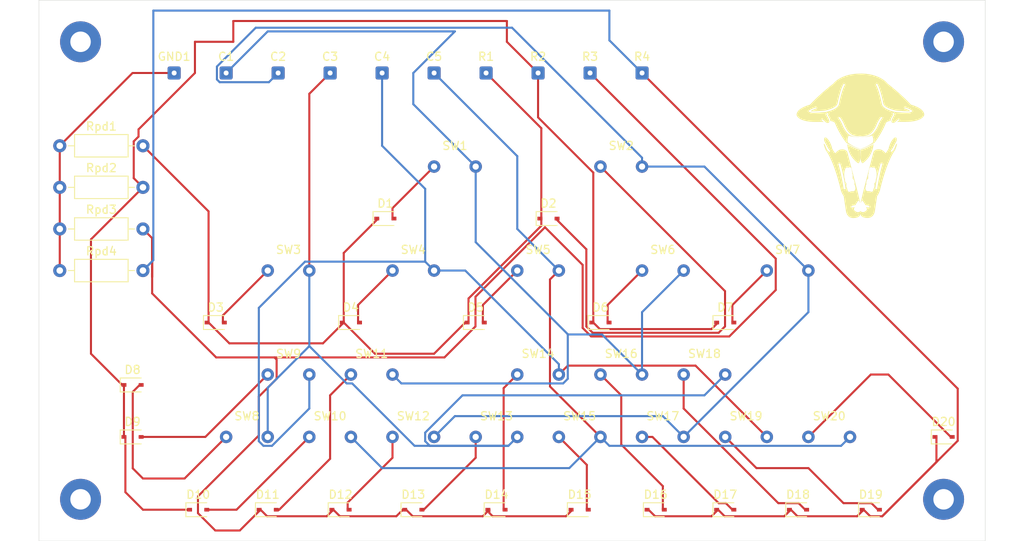
<source format=kicad_pcb>
(kicad_pcb (version 20171130) (host pcbnew "(5.1.6)-1")
  (layers (0 F.Cu signal) (31 B.Cu signal) (34 B.Paste user) (35 F.Paste user) (36 B.SilkS user) (37 F.SilkS user) (38 B.Mask user) (39 F.Mask user) (44 Edge.Cuts user))
  (net 0 "")
  (net 1 "Net-(D1-Pad2)")
  (net 2 "Net-(D1-Pad1)")
  (net 3 "Net-(D2-Pad2)")
  (net 4 "Net-(D11-Pad1)")
  (net 5 "Net-(D3-Pad2)")
  (net 6 "Net-(D4-Pad2)")
  (net 7 "Net-(D16-Pad1)")
  (net 8 "Net-(D5-Pad2)")
  (net 9 "Net-(D6-Pad2)")
  (net 10 "Net-(D7-Pad2)")
  (net 11 "Net-(D8-Pad2)")
  (net 12 "Net-(D9-Pad2)")
  (net 13 "Net-(D10-Pad2)")
  (net 14 "Net-(D11-Pad2)")
  (net 15 "Net-(D12-Pad2)")
  (net 16 "Net-(D13-Pad2)")
  (net 17 "Net-(D14-Pad2)")
  (net 18 "Net-(D15-Pad2)")
  (net 19 "Net-(D16-Pad2)")
  (net 20 "Net-(D17-Pad2)")
  (net 21 "Net-(D18-Pad2)")
  (net 22 "Net-(D19-Pad2)")
  (net 23 "Net-(D20-Pad2)")
  (net 24 "Net-(C1-Pad1)")
  (net 25 "Net-(C2-Pad1)")
  (net 26 "Net-(C3-Pad1)")
  (net 27 "Net-(C4-Pad1)")
  (net 28 "Net-(C5-Pad1)")
  (net 29 "Net-(GND1-Pad1)")
  (net 30 "Net-(D10-Pad1)")
  (module Diode_SMD:D_SOD-323 (layer F.Cu) (at 176.53 92.71)
    (fp_text reference D20 (at 0 -1.85) (layer F.SilkS))
    (fp_text value D)
    (pad 2 smd rect (at 1.05 0) (size 0.6 0.45) (layers F.Cu F.Paste F.Mask) (net 23 "Net-(D20-Pad2)"))
    (pad 1 smd rect (at -1.05 0) (size 0.6 0.45) (layers F.Cu F.Paste F.Mask) (net 7 "Net-(D16-Pad1)"))
  )
  (module Diode_SMD:D_SOD-323 (layer F.Cu) (at 167.64 101.6)
    (fp_text reference D19 (at 0 -1.85) (layer F.SilkS))
    (fp_text value D)
    (pad 2 smd rect (at 1.05 0) (size 0.6 0.45) (layers F.Cu F.Paste F.Mask) (net 22 "Net-(D19-Pad2)"))
    (pad 1 smd rect (at -1.05 0) (size 0.6 0.45) (layers F.Cu F.Paste F.Mask) (net 7 "Net-(D16-Pad1)"))
  )
  (module Diode_SMD:D_SOD-323 (layer F.Cu) (at 158.75 101.6)
    (fp_text reference D18 (at 0 -1.85) (layer F.SilkS))
    (fp_text value D)
    (pad 2 smd rect (at 1.05 0) (size 0.6 0.45) (layers F.Cu F.Paste F.Mask) (net 21 "Net-(D18-Pad2)"))
    (pad 1 smd rect (at -1.05 0) (size 0.6 0.45) (layers F.Cu F.Paste F.Mask) (net 7 "Net-(D16-Pad1)"))
  )
  (module Diode_SMD:D_SOD-323 (layer F.Cu) (at 149.86 101.6)
    (fp_text reference D17 (at 0 -1.85) (layer F.SilkS))
    (fp_text value D)
    (pad 2 smd rect (at 1.05 0) (size 0.6 0.45) (layers F.Cu F.Paste F.Mask) (net 20 "Net-(D17-Pad2)"))
    (pad 1 smd rect (at -1.05 0) (size 0.6 0.45) (layers F.Cu F.Paste F.Mask) (net 7 "Net-(D16-Pad1)"))
  )
  (module Diode_SMD:D_SOD-323 (layer F.Cu) (at 141.365 101.6)
    (fp_text reference D16 (at 0 -1.85) (layer F.SilkS))
    (fp_text value D)
    (pad 2 smd rect (at 1.05 0) (size 0.6 0.45) (layers F.Cu F.Paste F.Mask) (net 19 "Net-(D16-Pad2)"))
    (pad 1 smd rect (at -1.05 0) (size 0.6 0.45) (layers F.Cu F.Paste F.Mask) (net 7 "Net-(D16-Pad1)"))
  )
  (module Diode_SMD:D_SOD-323 (layer F.Cu) (at 132.08 101.6)
    (fp_text reference D15 (at 0 -1.85) (layer F.SilkS))
    (fp_text value D)
    (pad 2 smd rect (at 1.05 0) (size 0.6 0.45) (layers F.Cu F.Paste F.Mask) (net 18 "Net-(D15-Pad2)"))
    (pad 1 smd rect (at -1.05 0) (size 0.6 0.45) (layers F.Cu F.Paste F.Mask) (net 4 "Net-(D11-Pad1)"))
  )
  (module Diode_SMD:D_SOD-323 (layer F.Cu) (at 121.92 101.6)
    (fp_text reference D14 (at 0 -1.85) (layer F.SilkS))
    (fp_text value D)
    (pad 2 smd rect (at 1.05 0) (size 0.6 0.45) (layers F.Cu F.Paste F.Mask) (net 17 "Net-(D14-Pad2)"))
    (pad 1 smd rect (at -1.05 0) (size 0.6 0.45) (layers F.Cu F.Paste F.Mask) (net 4 "Net-(D11-Pad1)"))
  )
  (module Diode_SMD:D_SOD-323 (layer F.Cu) (at 111.76 101.6)
    (fp_text reference D13 (at 0 -1.85) (layer F.SilkS))
    (fp_text value D)
    (pad 2 smd rect (at 1.05 0) (size 0.6 0.45) (layers F.Cu F.Paste F.Mask) (net 16 "Net-(D13-Pad2)"))
    (pad 1 smd rect (at -1.05 0) (size 0.6 0.45) (layers F.Cu F.Paste F.Mask) (net 4 "Net-(D11-Pad1)"))
  )
  (module Diode_SMD:D_SOD-323 (layer F.Cu) (at 102.87 101.6)
    (fp_text reference D12 (at 0 -1.85) (layer F.SilkS))
    (fp_text value D)
    (pad 2 smd rect (at 1.05 0) (size 0.6 0.45) (layers F.Cu F.Paste F.Mask) (net 15 "Net-(D12-Pad2)"))
    (pad 1 smd rect (at -1.05 0) (size 0.6 0.45) (layers F.Cu F.Paste F.Mask) (net 4 "Net-(D11-Pad1)"))
  )
  (module Diode_SMD:D_SOD-323 (layer F.Cu) (at 93.98 101.6)
    (fp_text reference D11 (at 0 -1.85) (layer F.SilkS))
    (fp_text value D)
    (pad 2 smd rect (at 1.05 0) (size 0.6 0.45) (layers F.Cu F.Paste F.Mask) (net 14 "Net-(D11-Pad2)"))
    (pad 1 smd rect (at -1.05 0) (size 0.6 0.45) (layers F.Cu F.Paste F.Mask) (net 4 "Net-(D11-Pad1)"))
  )
  (module Diode_SMD:D_SOD-323 (layer F.Cu) (at 85.485 101.6)
    (fp_text reference D10 (at 0 -1.85) (layer F.SilkS))
    (fp_text value D)
    (pad 2 smd rect (at 1.05 0) (size 0.6 0.45) (layers F.Cu F.Paste F.Mask) (net 13 "Net-(D10-Pad2)"))
    (pad 1 smd rect (at -1.05 0) (size 0.6 0.45) (layers F.Cu F.Paste F.Mask) (net 30 "Net-(D10-Pad1)"))
  )
  (module Diode_SMD:D_SOD-323 (layer F.Cu) (at 77.47 92.71)
    (fp_text reference D9 (at 0 -1.85) (layer F.SilkS))
    (fp_text value D)
    (pad 2 smd rect (at 1.05 0) (size 0.6 0.45) (layers F.Cu F.Paste F.Mask) (net 12 "Net-(D9-Pad2)"))
    (pad 1 smd rect (at -1.05 0) (size 0.6 0.45) (layers F.Cu F.Paste F.Mask) (net 30 "Net-(D10-Pad1)"))
  )
  (module Diode_SMD:D_SOD-323 (layer F.Cu) (at 77.47 86.36)
    (fp_text reference D8 (at 0 -1.85) (layer F.SilkS))
    (fp_text value D)
    (pad 2 smd rect (at 1.05 0) (size 0.6 0.45) (layers F.Cu F.Paste F.Mask) (net 11 "Net-(D8-Pad2)"))
    (pad 1 smd rect (at -1.05 0) (size 0.6 0.45) (layers F.Cu F.Paste F.Mask) (net 30 "Net-(D10-Pad1)"))
  )
  (module Diode_SMD:D_SOD-323 (layer F.Cu) (at 149.86 78.74)
    (fp_text reference D7 (at 0 -1.85) (layer F.SilkS))
    (fp_text value D)
    (pad 2 smd rect (at 1.05 0) (size 0.6 0.45) (layers F.Cu F.Paste F.Mask) (net 10 "Net-(D7-Pad2)"))
    (pad 1 smd rect (at -1.05 0) (size 0.6 0.45) (layers F.Cu F.Paste F.Mask) (net 30 "Net-(D10-Pad1)"))
  )
  (module Diode_SMD:D_SOD-323 (layer F.Cu) (at 134.62 78.74)
    (fp_text reference D6 (at 0 -1.85) (layer F.SilkS))
    (fp_text value D)
    (pad 2 smd rect (at 1.05 0) (size 0.6 0.45) (layers F.Cu F.Paste F.Mask) (net 9 "Net-(D6-Pad2)"))
    (pad 1 smd rect (at -1.05 0) (size 0.6 0.45) (layers F.Cu F.Paste F.Mask) (net 30 "Net-(D10-Pad1)"))
  )
  (module Diode_SMD:D_SOD-323 (layer F.Cu) (at 119.38 78.74)
    (fp_text reference D5 (at 0 -1.85) (layer F.SilkS))
    (fp_text value D)
    (pad 2 smd rect (at 1.05 0) (size 0.6 0.45) (layers F.Cu F.Paste F.Mask) (net 8 "Net-(D5-Pad2)"))
    (pad 1 smd rect (at -1.05 0) (size 0.6 0.45) (layers F.Cu F.Paste F.Mask) (net 2 "Net-(D1-Pad1)"))
  )
  (module Diode_SMD:D_SOD-323 (layer F.Cu) (at 104.14 78.74)
    (fp_text reference D4 (at 0 -1.85) (layer F.SilkS))
    (fp_text value D)
    (pad 2 smd rect (at 1.05 0) (size 0.6 0.45) (layers F.Cu F.Paste F.Mask) (net 6 "Net-(D4-Pad2)"))
    (pad 1 smd rect (at -1.05 0) (size 0.6 0.45) (layers F.Cu F.Paste F.Mask) (net 2 "Net-(D1-Pad1)"))
  )
  (module Diode_SMD:D_SOD-323 (layer F.Cu) (at 87.63 78.74)
    (fp_text reference D3 (at 0 -1.85) (layer F.SilkS))
    (fp_text value D)
    (pad 2 smd rect (at 1.05 0) (size 0.6 0.45) (layers F.Cu F.Paste F.Mask) (net 5 "Net-(D3-Pad2)"))
    (pad 1 smd rect (at -1.05 0) (size 0.6 0.45) (layers F.Cu F.Paste F.Mask) (net 2 "Net-(D1-Pad1)"))
  )
  (module Diode_SMD:D_SOD-323 (layer F.Cu) (at 128.27 66.04)
    (fp_text reference D2 (at 0 -1.85) (layer F.SilkS))
    (fp_text value D)
    (pad 2 smd rect (at 1.05 0) (size 0.6 0.45) (layers F.Cu F.Paste F.Mask) (net 3 "Net-(D2-Pad2)"))
    (pad 1 smd rect (at -1.05 0) (size 0.6 0.45) (layers F.Cu F.Paste F.Mask) (net 2 "Net-(D1-Pad1)"))
  )
  (module Diode_SMD:D_SOD-323 (layer F.Cu) (at 108.345 66.04)
    (fp_text reference D1 (at 0 -1.85) (layer F.SilkS))
    (fp_text value D)
    (pad 2 smd rect (at 1.05 0) (size 0.6 0.45) (layers F.Cu F.Paste F.Mask) (net 1 "Net-(D1-Pad2)"))
    (pad 1 smd rect (at -1.05 0) (size 0.6 0.45) (layers F.Cu F.Paste F.Mask) (net 2 "Net-(D1-Pad1)"))
  )
  (module ratskull:ratskullsmall (layer F.Cu) (at 166.37 57.15)
    (fp_text reference G*** hide)
    (fp_text value LOGO hide)
  )
  (module MountingHole:MountingHole_2.5mm_Pad (layer F.Cu) (at 71.12 100.33)
    (fp_text reference REF** hide)
    (fp_text value MountingHole_2.5mm_Pad)
    (pad 1 thru_hole circle (at 0 0) (size 5 5) (drill 2.5) (layers *.Cu *.Mask))
  )
  (module MountingHole:MountingHole_2.5mm_Pad (layer F.Cu) (at 71.12 44.45)
    (fp_text reference REF** hide)
    (fp_text value MountingHole_2.5mm_Pad)
    (pad 1 thru_hole circle (at 0 0) (size 5 5) (drill 2.5) (layers *.Cu *.Mask))
  )
  (module MountingHole:MountingHole_2.5mm_Pad (layer F.Cu) (at 176.53 100.33)
    (fp_text reference REF** hide)
    (fp_text value MountingHole_2.5mm_Pad)
    (pad 1 thru_hole circle (at 0 0) (size 5 5) (drill 2.5) (layers *.Cu *.Mask))
  )
  (module MountingHole:MountingHole_2.5mm_Pad (layer F.Cu) (at 176.53 44.45)
    (fp_text reference REF** hide)
    (fp_text value MountingHole_2.5mm_Pad)
    (pad 1 thru_hole circle (at 0 0) (size 5 5) (drill 2.5) (layers *.Cu *.Mask))
  )
  (module "Button_Switch_THT:my switch" (layer F.Cu) (at 162.56 92.71)
    (fp_text reference SW20 (at 0 -2.54) (layer F.SilkS))
    (fp_text value SW_Push)
    (pad 2 thru_hole circle (at 2.54 0) (size 1.524 1.524) (drill 0.762) (layers *.Cu *.Mask) (net 28 "Net-(C5-Pad1)"))
    (pad 1 thru_hole circle (at -2.54 0) (size 1.524 1.524) (drill 0.762) (layers *.Cu *.Mask) (net 23 "Net-(D20-Pad2)"))
  )
  (module "Button_Switch_THT:my switch" (layer F.Cu) (at 127 72.39)
    (fp_text reference SW5 (at 0 -2.54) (layer F.SilkS))
    (fp_text value SW_Push)
    (pad 2 thru_hole circle (at 2.54 0) (size 1.524 1.524) (drill 0.762) (layers *.Cu *.Mask) (net 28 "Net-(C5-Pad1)"))
    (pad 1 thru_hole circle (at -2.54 0) (size 1.524 1.524) (drill 0.762) (layers *.Cu *.Mask) (net 8 "Net-(D5-Pad2)"))
  )
  (module Connector_Wire:SolderWire-0.1sqmm_1x01_D0.4mm_OD1mm (layer F.Cu) (at 82.55 48.26)
    (fp_text reference GND1 (at 0 -2) (layer F.SilkS))
    (fp_text value MountingHole_Pad)
    (pad 1 thru_hole roundrect (at 0 0) (size 1.6 1.6) (drill 0.6) (layers *.Cu *.Mask) (roundrect_rratio 0.15625) (net 29 "Net-(GND1-Pad1)"))
  )
  (module Connector_Wire:SolderWire-0.1sqmm_1x01_D0.4mm_OD1mm (layer F.Cu) (at 120.65 48.26)
    (fp_text reference R1 (at 0 -2) (layer F.SilkS))
    (fp_text value MountingHole_Pad)
    (pad 1 thru_hole roundrect (at 0 0) (size 1.6 1.6) (drill 0.6) (layers *.Cu *.Mask) (roundrect_rratio 0.15625) (net 2 "Net-(D1-Pad1)"))
  )
  (module Connector_Wire:SolderWire-0.1sqmm_1x01_D0.4mm_OD1mm (layer F.Cu) (at 127 48.26)
    (fp_text reference R2 (at 0 -2) (layer F.SilkS))
    (fp_text value MountingHole_Pad)
    (pad 1 thru_hole roundrect (at 0 0) (size 1.6 1.6) (drill 0.6) (layers *.Cu *.Mask) (roundrect_rratio 0.15625) (net 30 "Net-(D10-Pad1)"))
  )
  (module Resistor_THT:R_Axial_DIN0207_L6.3mm_D2.5mm_P10.16mm_Horizontal (layer F.Cu) (at 68.58 67.31)
    (fp_text reference Rpd3 (at 5.08 -2.37) (layer F.SilkS))
    (fp_text value R_US)
    (pad 1 thru_hole circle (at 0 0) (size 1.6 1.6) (drill 0.8) (layers *.Cu *.Mask) (net 29 "Net-(GND1-Pad1)"))
    (pad 2 thru_hole oval (at 10.16 0) (size 1.6 1.6) (drill 0.8) (layers *.Cu *.Mask) (net 4 "Net-(D11-Pad1)"))
  )
  (module Resistor_THT:R_Axial_DIN0207_L6.3mm_D2.5mm_P10.16mm_Horizontal (layer F.Cu) (at 68.58 57.15)
    (fp_text reference Rpd1 (at 5.08 -2.37) (layer F.SilkS))
    (fp_text value R_US)
    (pad 1 thru_hole circle (at 0 0) (size 1.6 1.6) (drill 0.8) (layers *.Cu *.Mask) (net 29 "Net-(GND1-Pad1)"))
    (pad 2 thru_hole oval (at 10.16 0) (size 1.6 1.6) (drill 0.8) (layers *.Cu *.Mask) (net 2 "Net-(D1-Pad1)"))
  )
  (module Resistor_THT:R_Axial_DIN0207_L6.3mm_D2.5mm_P10.16mm_Horizontal (layer F.Cu) (at 68.58 62.23)
    (fp_text reference Rpd2 (at 5.08 -2.37) (layer F.SilkS))
    (fp_text value R_US)
    (pad 1 thru_hole circle (at 0 0) (size 1.6 1.6) (drill 0.8) (layers *.Cu *.Mask) (net 29 "Net-(GND1-Pad1)"))
    (pad 2 thru_hole oval (at 10.16 0) (size 1.6 1.6) (drill 0.8) (layers *.Cu *.Mask) (net 30 "Net-(D10-Pad1)"))
  )
  (module Resistor_THT:R_Axial_DIN0207_L6.3mm_D2.5mm_P10.16mm_Horizontal (layer F.Cu) (at 68.58 72.39)
    (fp_text reference Rpd4 (at 5.08 -2.37) (layer F.SilkS))
    (fp_text value R_US)
    (pad 1 thru_hole circle (at 0 0) (size 1.6 1.6) (drill 0.8) (layers *.Cu *.Mask) (net 29 "Net-(GND1-Pad1)"))
    (pad 2 thru_hole oval (at 10.16 0) (size 1.6 1.6) (drill 0.8) (layers *.Cu *.Mask) (net 7 "Net-(D16-Pad1)"))
  )
  (module "Button_Switch_THT:my switch" (layer F.Cu) (at 116.84 59.69)
    (fp_text reference SW1 (at 0 -2.54) (layer F.SilkS))
    (fp_text value SW_Push)
    (pad 2 thru_hole circle (at 2.54 0) (size 1.524 1.524) (drill 0.762) (layers *.Cu *.Mask) (net 24 "Net-(C1-Pad1)"))
    (pad 1 thru_hole circle (at -2.54 0) (size 1.524 1.524) (drill 0.762) (layers *.Cu *.Mask) (net 1 "Net-(D1-Pad2)"))
  )
  (module "Button_Switch_THT:my switch" (layer F.Cu) (at 137.16 59.69)
    (fp_text reference SW2 (at 0 -2.54) (layer F.SilkS))
    (fp_text value SW_Push)
    (pad 2 thru_hole circle (at 2.54 0) (size 1.524 1.524) (drill 0.762) (layers *.Cu *.Mask) (net 25 "Net-(C2-Pad1)"))
    (pad 1 thru_hole circle (at -2.54 0) (size 1.524 1.524) (drill 0.762) (layers *.Cu *.Mask) (net 3 "Net-(D2-Pad2)"))
  )
  (module "Button_Switch_THT:my switch" (layer F.Cu) (at 96.52 72.39)
    (fp_text reference SW3 (at 0 -2.54) (layer F.SilkS))
    (fp_text value SW_Push)
    (pad 2 thru_hole circle (at 2.54 0) (size 1.524 1.524) (drill 0.762) (layers *.Cu *.Mask) (net 26 "Net-(C3-Pad1)"))
    (pad 1 thru_hole circle (at -2.54 0) (size 1.524 1.524) (drill 0.762) (layers *.Cu *.Mask) (net 5 "Net-(D3-Pad2)"))
  )
  (module "Button_Switch_THT:my switch" (layer F.Cu) (at 91.44 92.71)
    (fp_text reference SW8 (at 0 -2.54) (layer F.SilkS))
    (fp_text value SW_Push)
    (pad 2 thru_hole circle (at 2.54 0) (size 1.524 1.524) (drill 0.762) (layers *.Cu *.Mask) (net 26 "Net-(C3-Pad1)"))
    (pad 1 thru_hole circle (at -2.54 0) (size 1.524 1.524) (drill 0.762) (layers *.Cu *.Mask) (net 11 "Net-(D8-Pad2)"))
  )
  (module Connector_Wire:SolderWire-0.1sqmm_1x01_D0.4mm_OD1mm (layer F.Cu) (at 133.35 48.26)
    (fp_text reference R3 (at 0 -2) (layer F.SilkS))
    (fp_text value MountingHole_Pad)
    (pad 1 thru_hole roundrect (at 0 0) (size 1.6 1.6) (drill 0.6) (layers *.Cu *.Mask) (roundrect_rratio 0.15625) (net 4 "Net-(D11-Pad1)"))
  )
  (module "Button_Switch_THT:my switch" (layer F.Cu) (at 96.52 85.09)
    (fp_text reference SW9 (at 0 -2.54) (layer F.SilkS))
    (fp_text value SW_Push)
    (pad 2 thru_hole circle (at 2.54 0) (size 1.524 1.524) (drill 0.762) (layers *.Cu *.Mask) (net 27 "Net-(C4-Pad1)"))
    (pad 1 thru_hole circle (at -2.54 0) (size 1.524 1.524) (drill 0.762) (layers *.Cu *.Mask) (net 12 "Net-(D9-Pad2)"))
  )
  (module "Button_Switch_THT:my switch" (layer F.Cu) (at 137.16 85.09)
    (fp_text reference SW16 (at 0 -2.54) (layer F.SilkS))
    (fp_text value SW_Push)
    (pad 2 thru_hole circle (at 2.54 0) (size 1.524 1.524) (drill 0.762) (layers *.Cu *.Mask) (net 24 "Net-(C1-Pad1)"))
    (pad 1 thru_hole circle (at -2.54 0) (size 1.524 1.524) (drill 0.762) (layers *.Cu *.Mask) (net 19 "Net-(D16-Pad2)"))
  )
  (module "Button_Switch_THT:my switch" (layer F.Cu) (at 142.24 92.71)
    (fp_text reference SW17 (at 0 -2.54) (layer F.SilkS))
    (fp_text value SW_Push)
    (pad 2 thru_hole circle (at 2.54 0) (size 1.524 1.524) (drill 0.762) (layers *.Cu *.Mask) (net 25 "Net-(C2-Pad1)"))
    (pad 1 thru_hole circle (at -2.54 0) (size 1.524 1.524) (drill 0.762) (layers *.Cu *.Mask) (net 20 "Net-(D17-Pad2)"))
  )
  (module "Button_Switch_THT:my switch" (layer F.Cu) (at 111.76 72.39)
    (fp_text reference SW4 (at 0 -2.54) (layer F.SilkS))
    (fp_text value SW_Push)
    (pad 2 thru_hole circle (at 2.54 0) (size 1.524 1.524) (drill 0.762) (layers *.Cu *.Mask) (net 27 "Net-(C4-Pad1)"))
    (pad 1 thru_hole circle (at -2.54 0) (size 1.524 1.524) (drill 0.762) (layers *.Cu *.Mask) (net 6 "Net-(D4-Pad2)"))
  )
  (module "Button_Switch_THT:my switch" (layer F.Cu) (at 111.76 92.71)
    (fp_text reference SW12 (at 0 -2.54) (layer F.SilkS))
    (fp_text value SW_Push)
    (pad 2 thru_hole circle (at 2.54 0) (size 1.524 1.524) (drill 0.762) (layers *.Cu *.Mask) (net 25 "Net-(C2-Pad1)"))
    (pad 1 thru_hole circle (at -2.54 0) (size 1.524 1.524) (drill 0.762) (layers *.Cu *.Mask) (net 15 "Net-(D12-Pad2)"))
  )
  (module "Button_Switch_THT:my switch" (layer F.Cu) (at 132.08 92.71)
    (fp_text reference SW15 (at 0 -2.54) (layer F.SilkS))
    (fp_text value SW_Push)
    (pad 2 thru_hole circle (at 2.54 0) (size 1.524 1.524) (drill 0.762) (layers *.Cu *.Mask) (net 28 "Net-(C5-Pad1)"))
    (pad 1 thru_hole circle (at -2.54 0) (size 1.524 1.524) (drill 0.762) (layers *.Cu *.Mask) (net 18 "Net-(D15-Pad2)"))
  )
  (module "Button_Switch_THT:my switch" (layer F.Cu) (at 147.32 85.09)
    (fp_text reference SW18 (at 0 -2.54) (layer F.SilkS))
    (fp_text value SW_Push)
    (pad 2 thru_hole circle (at 2.54 0) (size 1.524 1.524) (drill 0.762) (layers *.Cu *.Mask) (net 26 "Net-(C3-Pad1)"))
    (pad 1 thru_hole circle (at -2.54 0) (size 1.524 1.524) (drill 0.762) (layers *.Cu *.Mask) (net 21 "Net-(D18-Pad2)"))
  )
  (module "Button_Switch_THT:my switch" (layer F.Cu) (at 142.24 72.39)
    (fp_text reference SW6 (at 0 -2.54) (layer F.SilkS))
    (fp_text value SW_Push)
    (pad 2 thru_hole circle (at 2.54 0) (size 1.524 1.524) (drill 0.762) (layers *.Cu *.Mask) (net 24 "Net-(C1-Pad1)"))
    (pad 1 thru_hole circle (at -2.54 0) (size 1.524 1.524) (drill 0.762) (layers *.Cu *.Mask) (net 9 "Net-(D6-Pad2)"))
  )
  (module "Button_Switch_THT:my switch" (layer F.Cu) (at 106.68 85.09)
    (fp_text reference SW11 (at 0 -2.54) (layer F.SilkS))
    (fp_text value SW_Push)
    (pad 2 thru_hole circle (at 2.54 0) (size 1.524 1.524) (drill 0.762) (layers *.Cu *.Mask) (net 24 "Net-(C1-Pad1)"))
    (pad 1 thru_hole circle (at -2.54 0) (size 1.524 1.524) (drill 0.762) (layers *.Cu *.Mask) (net 14 "Net-(D11-Pad2)"))
  )
  (module "Button_Switch_THT:my switch" (layer F.Cu) (at 157.48 72.39)
    (fp_text reference SW7 (at 0 -2.54) (layer F.SilkS))
    (fp_text value SW_Push)
    (pad 2 thru_hole circle (at 2.54 0) (size 1.524 1.524) (drill 0.762) (layers *.Cu *.Mask) (net 25 "Net-(C2-Pad1)"))
    (pad 1 thru_hole circle (at -2.54 0) (size 1.524 1.524) (drill 0.762) (layers *.Cu *.Mask) (net 10 "Net-(D7-Pad2)"))
  )
  (module "Button_Switch_THT:my switch" (layer F.Cu) (at 127 85.09)
    (fp_text reference SW14 (at 0 -2.54) (layer F.SilkS))
    (fp_text value SW_Push)
    (pad 2 thru_hole circle (at 2.54 0) (size 1.524 1.524) (drill 0.762) (layers *.Cu *.Mask) (net 27 "Net-(C4-Pad1)"))
    (pad 1 thru_hole circle (at -2.54 0) (size 1.524 1.524) (drill 0.762) (layers *.Cu *.Mask) (net 17 "Net-(D14-Pad2)"))
  )
  (module "Button_Switch_THT:my switch" (layer F.Cu) (at 152.4 92.71)
    (fp_text reference SW19 (at 0 -2.54) (layer F.SilkS))
    (fp_text value SW_Push)
    (pad 2 thru_hole circle (at 2.54 0) (size 1.524 1.524) (drill 0.762) (layers *.Cu *.Mask) (net 27 "Net-(C4-Pad1)"))
    (pad 1 thru_hole circle (at -2.54 0) (size 1.524 1.524) (drill 0.762) (layers *.Cu *.Mask) (net 22 "Net-(D19-Pad2)"))
  )
  (module "Button_Switch_THT:my switch" (layer F.Cu) (at 121.92 92.71)
    (fp_text reference SW13 (at 0 -2.54) (layer F.SilkS))
    (fp_text value SW_Push)
    (pad 2 thru_hole circle (at 2.54 0) (size 1.524 1.524) (drill 0.762) (layers *.Cu *.Mask) (net 26 "Net-(C3-Pad1)"))
    (pad 1 thru_hole circle (at -2.54 0) (size 1.524 1.524) (drill 0.762) (layers *.Cu *.Mask) (net 16 "Net-(D13-Pad2)"))
  )
  (module "Button_Switch_THT:my switch" (layer F.Cu) (at 101.6 92.71)
    (fp_text reference SW10 (at 0 -2.54) (layer F.SilkS))
    (fp_text value SW_Push)
    (pad 2 thru_hole circle (at 2.54 0) (size 1.524 1.524) (drill 0.762) (layers *.Cu *.Mask) (net 28 "Net-(C5-Pad1)"))
    (pad 1 thru_hole circle (at -2.54 0) (size 1.524 1.524) (drill 0.762) (layers *.Cu *.Mask) (net 13 "Net-(D10-Pad2)"))
  )
  (module Connector_Wire:SolderWire-0.1sqmm_1x01_D0.4mm_OD1mm (layer F.Cu) (at 139.7 48.26)
    (fp_text reference R4 (at 0 -2) (layer F.SilkS))
    (fp_text value MountingHole_Pad)
    (pad 1 thru_hole roundrect (at 0 0) (size 1.6 1.6) (drill 0.6) (layers *.Cu *.Mask) (roundrect_rratio 0.15625) (net 7 "Net-(D16-Pad1)"))
  )
  (module Connector_Wire:SolderWire-0.1sqmm_1x01_D0.4mm_OD1mm (layer F.Cu) (at 114.3 48.26)
    (fp_text reference C5 (at 0 -2) (layer F.SilkS))
    (fp_text value MountingHole_Pad)
    (pad 1 thru_hole roundrect (at 0 0) (size 1.6 1.6) (drill 0.6) (layers *.Cu *.Mask) (roundrect_rratio 0.15625) (net 28 "Net-(C5-Pad1)"))
  )
  (module Connector_Wire:SolderWire-0.1sqmm_1x01_D0.4mm_OD1mm (layer F.Cu) (at 107.95 48.26)
    (fp_text reference C4 (at 0 -2) (layer F.SilkS))
    (fp_text value MountingHole_Pad)
    (pad 1 thru_hole roundrect (at 0 0) (size 1.6 1.6) (drill 0.6) (layers *.Cu *.Mask) (roundrect_rratio 0.15625) (net 27 "Net-(C4-Pad1)"))
  )
  (module Connector_Wire:SolderWire-0.1sqmm_1x01_D0.4mm_OD1mm (layer F.Cu) (at 101.6 48.26)
    (fp_text reference C3 (at 0 -2) (layer F.SilkS))
    (fp_text value MountingHole_Pad)
    (pad 1 thru_hole roundrect (at 0 0) (size 1.6 1.6) (drill 0.6) (layers *.Cu *.Mask) (roundrect_rratio 0.15625) (net 26 "Net-(C3-Pad1)"))
  )
  (module Connector_Wire:SolderWire-0.1sqmm_1x01_D0.4mm_OD1mm (layer F.Cu) (at 95.25 48.26)
    (fp_text reference C2 (at 0 -2) (layer F.SilkS))
    (fp_text value MountingHole_Pad)
    (pad 1 thru_hole roundrect (at 0 0) (size 1.6 1.6) (drill 0.6) (layers *.Cu *.Mask) (roundrect_rratio 0.15625) (net 25 "Net-(C2-Pad1)"))
  )
  (module Connector_Wire:SolderWire-0.1sqmm_1x01_D0.4mm_OD1mm (layer F.Cu) (at 88.9 48.26)
    (fp_text reference C1 (at 0 -2) (layer F.SilkS))
    (fp_text value MountingHole_Pad)
    (pad 1 thru_hole roundrect (at 0 0) (size 1.6 1.6) (drill 0.6) (layers *.Cu *.Mask) (roundrect_rratio 0.15625) (net 24 "Net-(C1-Pad1)"))
  )
  (gr_line (start 181.61 105.41) (end 181.61 39.37) (layer Edge.Cuts) (width 0.05))
  (gr_line (start 66.04 39.37) (end 66.04 105.41) (layer Edge.Cuts) (width 0.05))
  (gr_line (start 181.61 39.37) (end 66.04 39.37) (layer Edge.Cuts) (width 0.05))
  (gr_line (start 66.04 105.41) (end 181.61 105.41) (layer Edge.Cuts) (width 0.05))
  (segment (start 109.22 64.77) (end 114.3 59.69) (width 0.25) (layer F.Cu) (net 1))
  (segment (start 109.22 66.04) (end 109.22 64.77) (width 0.25) (layer F.Cu) (net 1))
  (segment (start 86.755 65.165) (end 78.74 57.15) (width 0.25) (layer F.Cu) (net 2))
  (segment (start 86.755 78.74) (end 86.755 65.165) (width 0.25) (layer F.Cu) (net 2))
  (segment (start 86.755 78.74) (end 89.295 81.28) (width 0.25) (layer F.Cu) (net 2))
  (segment (start 100.725 81.28) (end 103.265 78.74) (width 0.25) (layer F.Cu) (net 2))
  (segment (start 89.295 81.28) (end 100.725 81.28) (width 0.25) (layer F.Cu) (net 2))
  (segment (start 103.265 70.245) (end 107.47 66.04) (width 0.25) (layer F.Cu) (net 2))
  (segment (start 103.265 78.74) (end 103.265 70.245) (width 0.25) (layer F.Cu) (net 2))
  (segment (start 103.265 78.74) (end 107.075 82.55) (width 0.25) (layer F.Cu) (net 2))
  (segment (start 107.075 82.55) (end 114.3 82.55) (width 0.25) (layer F.Cu) (net 2))
  (segment (start 118.11 78.74) (end 118.505 78.74) (width 0.25) (layer F.Cu) (net 2))
  (segment (start 114.3 82.55) (end 118.11 78.74) (width 0.25) (layer F.Cu) (net 2))
  (segment (start 127.395 55.005) (end 120.65 48.26) (width 0.25) (layer F.Cu) (net 2))
  (segment (start 118.505 75.805) (end 118.505 78.74) (width 0.25) (layer F.Cu) (net 2))
  (segment (start 127.395 66.915) (end 118.505 75.805) (width 0.25) (layer F.Cu) (net 2))
  (segment (start 127.395 66.04) (end 127.395 66.915) (width 0.25) (layer F.Cu) (net 2))
  (segment (start 127.395 66.04) (end 127.395 55.005) (width 0.25) (layer F.Cu) (net 2))
  (segment (start 149.83501 74.90501) (end 134.62 59.69) (width 0.25) (layer F.Cu) (net 3))
  (segment (start 149.83501 79.2105) (end 149.83501 74.90501) (width 0.25) (layer F.Cu) (net 3))
  (segment (start 149.055491 79.990019) (end 149.83501 79.2105) (width 0.25) (layer F.Cu) (net 3))
  (segment (start 133.674509 79.990019) (end 149.055491 79.990019) (width 0.25) (layer F.Cu) (net 3))
  (segment (start 132.89499 79.2105) (end 133.674509 79.990019) (width 0.25) (layer F.Cu) (net 3))
  (segment (start 132.89499 69.78999) (end 132.89499 79.2105) (width 0.25) (layer F.Cu) (net 3))
  (segment (start 129.145 66.04) (end 132.89499 69.78999) (width 0.25) (layer F.Cu) (net 3))
  (segment (start 93.105 101.6) (end 90.565 104.14) (width 0.25) (layer F.Cu) (net 4))
  (segment (start 85.46001 102.02052) (end 85.46001 99.95999) (width 0.25) (layer F.Cu) (net 4))
  (segment (start 90.565 104.14) (end 87.57949 104.14) (width 0.25) (layer F.Cu) (net 4))
  (segment (start 87.57949 104.14) (end 85.46001 102.02052) (width 0.25) (layer F.Cu) (net 4))
  (segment (start 85.46001 99.95999) (end 92.892999 92.527001) (width 0.25) (layer F.Cu) (net 4))
  (segment (start 92.892999 92.527001) (end 92.892999 87.785763) (width 0.25) (layer F.Cu) (net 4))
  (segment (start 79.865001 73.170511) (end 79.865001 68.435001) (width 0.25) (layer F.Cu) (net 4))
  (segment (start 130.40499 102.40001) (end 121.45001 102.40001) (width 0.25) (layer F.Cu) (net 4))
  (segment (start 131.205 101.6) (end 130.40499 102.40001) (width 0.25) (layer F.Cu) (net 4))
  (segment (start 121.045 101.995) (end 121.045 101.6) (width 0.25) (layer F.Cu) (net 4))
  (segment (start 121.45001 102.40001) (end 121.045 101.995) (width 0.25) (layer F.Cu) (net 4))
  (segment (start 120.24499 102.40001) (end 121.045 101.6) (width 0.25) (layer F.Cu) (net 4))
  (segment (start 111.68501 102.40001) (end 120.24499 102.40001) (width 0.25) (layer F.Cu) (net 4))
  (segment (start 110.885 101.6) (end 111.68501 102.40001) (width 0.25) (layer F.Cu) (net 4))
  (segment (start 102.79501 102.40001) (end 109.68999 102.40001) (width 0.25) (layer F.Cu) (net 4))
  (segment (start 101.995 101.6) (end 102.79501 102.40001) (width 0.25) (layer F.Cu) (net 4))
  (segment (start 110.49 101.6) (end 110.885 101.6) (width 0.25) (layer F.Cu) (net 4))
  (segment (start 109.68999 102.40001) (end 110.49 101.6) (width 0.25) (layer F.Cu) (net 4))
  (segment (start 101.19499 102.40001) (end 101.995 101.6) (width 0.25) (layer F.Cu) (net 4))
  (segment (start 93.90501 102.40001) (end 101.19499 102.40001) (width 0.25) (layer F.Cu) (net 4))
  (segment (start 93.105 101.6) (end 93.90501 102.40001) (width 0.25) (layer F.Cu) (net 4))
  (segment (start 79.865001 68.435001) (end 78.74 67.31) (width 0.25) (layer F.Cu) (net 4))
  (segment (start 79.865001 75.180003) (end 79.865001 68.435001) (width 0.25) (layer F.Cu) (net 4))
  (segment (start 87.685007 83.000009) (end 79.865001 75.180003) (width 0.25) (layer F.Cu) (net 4))
  (segment (start 119.35501 79.2105) (end 115.565501 83.000009) (width 0.25) (layer F.Cu) (net 4))
  (segment (start 119.35501 75.5914) (end 119.35501 79.2105) (width 0.25) (layer F.Cu) (net 4))
  (segment (start 127.845009 67.101401) (end 119.35501 75.5914) (width 0.25) (layer F.Cu) (net 4))
  (segment (start 132.44498 71.701372) (end 127.845009 67.101401) (width 0.25) (layer F.Cu) (net 4))
  (segment (start 132.44498 79.3969) (end 132.44498 71.701372) (width 0.25) (layer F.Cu) (net 4))
  (segment (start 133.488108 80.440028) (end 132.44498 79.3969) (width 0.25) (layer F.Cu) (net 4))
  (segment (start 150.355482 80.440028) (end 133.488108 80.440028) (width 0.25) (layer F.Cu) (net 4))
  (segment (start 156.027001 74.768509) (end 150.355482 80.440028) (width 0.25) (layer F.Cu) (net 4))
  (segment (start 156.027001 70.937001) (end 156.027001 74.768509) (width 0.25) (layer F.Cu) (net 4))
  (segment (start 133.35 48.26) (end 156.027001 70.937001) (width 0.25) (layer F.Cu) (net 4))
  (segment (start 95.067001 83.267019) (end 94.799991 83.000009) (width 0.25) (layer F.Cu) (net 4))
  (segment (start 95.067001 85.611761) (end 95.067001 83.267019) (width 0.25) (layer F.Cu) (net 4))
  (segment (start 92.892999 87.785763) (end 95.067001 85.611761) (width 0.25) (layer F.Cu) (net 4))
  (segment (start 115.565501 83.000009) (end 94.799991 83.000009) (width 0.25) (layer F.Cu) (net 4))
  (segment (start 94.799991 83.000009) (end 87.685007 83.000009) (width 0.25) (layer F.Cu) (net 4))
  (segment (start 88.505 77.865) (end 93.98 72.39) (width 0.25) (layer F.Cu) (net 5))
  (segment (start 88.505 78.74) (end 88.505 77.865) (width 0.25) (layer F.Cu) (net 5))
  (segment (start 105.015 76.595) (end 109.22 72.39) (width 0.25) (layer F.Cu) (net 6))
  (segment (start 105.015 78.74) (end 105.015 76.595) (width 0.25) (layer F.Cu) (net 6))
  (segment (start 175.655 95.78051) (end 175.655 92.71) (width 0.25) (layer F.Cu) (net 7))
  (segment (start 169.0355 102.40001) (end 175.655 95.78051) (width 0.25) (layer F.Cu) (net 7))
  (segment (start 167.56501 102.40001) (end 169.0355 102.40001) (width 0.25) (layer F.Cu) (net 7))
  (segment (start 166.765 101.6) (end 167.56501 102.40001) (width 0.25) (layer F.Cu) (net 7))
  (segment (start 148.18499 102.40001) (end 148.985 101.6) (width 0.25) (layer F.Cu) (net 7))
  (segment (start 141.29001 102.40001) (end 148.18499 102.40001) (width 0.25) (layer F.Cu) (net 7))
  (segment (start 149.78501 102.40001) (end 148.985 101.6) (width 0.25) (layer F.Cu) (net 7))
  (segment (start 157.07499 102.40001) (end 149.78501 102.40001) (width 0.25) (layer F.Cu) (net 7))
  (segment (start 157.875 101.6) (end 157.07499 102.40001) (width 0.25) (layer F.Cu) (net 7))
  (segment (start 158.67501 102.40001) (end 165.96499 102.40001) (width 0.25) (layer F.Cu) (net 7))
  (segment (start 165.96499 102.40001) (end 166.765 101.6) (width 0.25) (layer F.Cu) (net 7))
  (segment (start 157.875 101.6) (end 158.67501 102.40001) (width 0.25) (layer F.Cu) (net 7))
  (segment (start 178.25501 86.81501) (end 139.7 48.26) (width 0.25) (layer F.Cu) (net 7))
  (segment (start 178.25501 93.1805) (end 178.25501 86.81501) (width 0.25) (layer F.Cu) (net 7))
  (segment (start 169.0355 102.40001) (end 178.25501 93.1805) (width 0.25) (layer F.Cu) (net 7))
  (segment (start 140.49 101.6) (end 141.29001 102.40001) (width 0.25) (layer F.Cu) (net 7))
  (segment (start 78.74 72.39) (end 79.865001 71.264999) (width 0.25) (layer B.Cu) (net 7))
  (segment (start 80.01 40.64) (end 135.709998 40.64) (width 0.25) (layer B.Cu) (net 7))
  (segment (start 135.709998 44.269998) (end 139.7 48.26) (width 0.25) (layer B.Cu) (net 7))
  (segment (start 135.709998 40.64) (end 135.709998 44.269998) (width 0.25) (layer B.Cu) (net 7))
  (segment (start 80.01 71.12) (end 78.74 72.39) (width 0.25) (layer B.Cu) (net 7))
  (segment (start 80.01 40.64) (end 80.01 71.12) (width 0.25) (layer B.Cu) (net 7))
  (segment (start 120.255 76.595) (end 124.46 72.39) (width 0.25) (layer F.Cu) (net 8))
  (segment (start 120.255 78.74) (end 120.255 76.595) (width 0.25) (layer F.Cu) (net 8))
  (segment (start 135.495 76.595) (end 139.7 72.39) (width 0.25) (layer F.Cu) (net 9))
  (segment (start 135.495 78.74) (end 135.495 76.595) (width 0.25) (layer F.Cu) (net 9))
  (segment (start 150.735 76.595) (end 154.94 72.39) (width 0.25) (layer F.Cu) (net 10))
  (segment (start 150.735 78.74) (end 150.735 76.595) (width 0.25) (layer F.Cu) (net 10))
  (segment (start 77.49499 87.21001) (end 77.49499 96.54499) (width 0.25) (layer F.Cu) (net 11))
  (segment (start 78.345 86.36) (end 77.49499 87.21001) (width 0.25) (layer F.Cu) (net 11))
  (segment (start 77.49499 96.54499) (end 78.74 97.79) (width 0.25) (layer F.Cu) (net 11))
  (segment (start 83.82 97.79) (end 88.9 92.71) (width 0.25) (layer F.Cu) (net 11))
  (segment (start 78.74 97.79) (end 83.82 97.79) (width 0.25) (layer F.Cu) (net 11))
  (segment (start 86.36 92.71) (end 93.98 85.09) (width 0.25) (layer F.Cu) (net 12))
  (segment (start 78.345 92.71) (end 86.36 92.71) (width 0.25) (layer F.Cu) (net 12))
  (segment (start 90.17 101.6) (end 99.06 92.71) (width 0.25) (layer F.Cu) (net 13))
  (segment (start 86.36 101.6) (end 90.17 101.6) (width 0.25) (layer F.Cu) (net 13))
  (segment (start 95.38 101.6) (end 101.6 95.38) (width 0.25) (layer F.Cu) (net 14))
  (segment (start 94.855 101.6) (end 95.38 101.6) (width 0.25) (layer F.Cu) (net 14))
  (segment (start 101.6 87.63) (end 104.14 85.09) (width 0.25) (layer F.Cu) (net 14))
  (segment (start 101.6 95.38) (end 101.6 87.63) (width 0.25) (layer F.Cu) (net 14))
  (segment (start 103.745 101.6) (end 103.745 100.725) (width 0.25) (layer F.Cu) (net 15))
  (segment (start 109.22 95.25) (end 109.22 92.71) (width 0.25) (layer F.Cu) (net 15))
  (segment (start 103.745 100.725) (end 109.22 95.25) (width 0.25) (layer F.Cu) (net 15))
  (segment (start 112.635 101.6) (end 113.03 101.6) (width 0.25) (layer F.Cu) (net 16))
  (segment (start 119.38 95.25) (end 119.38 92.71) (width 0.25) (layer F.Cu) (net 16))
  (segment (start 113.03 101.6) (end 119.38 95.25) (width 0.25) (layer F.Cu) (net 16))
  (segment (start 122.795 86.755) (end 124.46 85.09) (width 0.25) (layer F.Cu) (net 17))
  (segment (start 122.795 101.6) (end 122.795 86.755) (width 0.25) (layer F.Cu) (net 17))
  (segment (start 132.955 96.125) (end 129.54 92.71) (width 0.25) (layer F.Cu) (net 18))
  (segment (start 132.955 101.6) (end 132.955 96.125) (width 0.25) (layer F.Cu) (net 18))
  (segment (start 137.16 93.641238) (end 137.16 87.63) (width 0.25) (layer F.Cu) (net 19))
  (segment (start 137.16 87.63) (end 134.62 85.09) (width 0.25) (layer F.Cu) (net 19))
  (segment (start 142.24 101.6) (end 142.24 98.721238) (width 0.25) (layer F.Cu) (net 19))
  (segment (start 142.24 98.721238) (end 137.16 93.641238) (width 0.25) (layer F.Cu) (net 19))
  (segment (start 149.93499 100.79999) (end 149.05999 100.79999) (width 0.25) (layer F.Cu) (net 20))
  (segment (start 150.735 101.6) (end 149.93499 100.79999) (width 0.25) (layer F.Cu) (net 20))
  (segment (start 140.97 92.71) (end 139.7 92.71) (width 0.25) (layer F.Cu) (net 20))
  (segment (start 149.05999 100.79999) (end 140.97 92.71) (width 0.25) (layer F.Cu) (net 20))
  (segment (start 144.78 89.238762) (end 144.78 85.09) (width 0.25) (layer F.Cu) (net 21))
  (segment (start 156.341228 100.79999) (end 144.78 89.238762) (width 0.25) (layer F.Cu) (net 21))
  (segment (start 158.82499 100.79999) (end 156.341228 100.79999) (width 0.25) (layer F.Cu) (net 21))
  (segment (start 159.625 101.6) (end 158.82499 100.79999) (width 0.25) (layer F.Cu) (net 21))
  (segment (start 167.71499 100.79999) (end 164.29999 100.79999) (width 0.25) (layer F.Cu) (net 22))
  (segment (start 168.515 101.6) (end 167.71499 100.79999) (width 0.25) (layer F.Cu) (net 22))
  (segment (start 164.29999 100.79999) (end 160.02 96.52) (width 0.25) (layer F.Cu) (net 22))
  (segment (start 153.67 96.52) (end 149.86 92.71) (width 0.25) (layer F.Cu) (net 22))
  (segment (start 160.02 96.52) (end 153.67 96.52) (width 0.25) (layer F.Cu) (net 22))
  (segment (start 177.405 92.71) (end 169.785 85.09) (width 0.25) (layer F.Cu) (net 23))
  (segment (start 167.64 85.09) (end 160.02 92.71) (width 0.25) (layer F.Cu) (net 23))
  (segment (start 169.785 85.09) (end 167.64 85.09) (width 0.25) (layer F.Cu) (net 23))
  (segment (start 130.061761 86.177001) (end 130.627001 85.611761) (width 0.25) (layer B.Cu) (net 24))
  (segment (start 130.627001 80.165763) (end 119.38 68.918762) (width 0.25) (layer B.Cu) (net 24))
  (segment (start 109.22 85.09) (end 110.307001 86.177001) (width 0.25) (layer B.Cu) (net 24))
  (segment (start 110.307001 86.177001) (end 130.061761 86.177001) (width 0.25) (layer B.Cu) (net 24))
  (segment (start 119.38 68.918762) (end 119.38 59.69) (width 0.25) (layer B.Cu) (net 24))
  (segment (start 139.7 77.47) (end 144.78 72.39) (width 0.25) (layer B.Cu) (net 24))
  (segment (start 139.7 85.09) (end 139.7 77.47) (width 0.25) (layer B.Cu) (net 24))
  (segment (start 139.7 85.09) (end 134.802999 80.192999) (width 0.25) (layer B.Cu) (net 24))
  (segment (start 134.802999 80.192999) (end 130.627001 80.192999) (width 0.25) (layer B.Cu) (net 24))
  (segment (start 130.627001 85.611761) (end 130.627001 80.192999) (width 0.25) (layer B.Cu) (net 24))
  (segment (start 130.627001 80.192999) (end 130.627001 80.165763) (width 0.25) (layer B.Cu) (net 24))
  (segment (start 93.98 43.18) (end 88.9 48.26) (width 0.25) (layer B.Cu) (net 24))
  (segment (start 111.76 48.26) (end 116.84 43.18) (width 0.25) (layer B.Cu) (net 24))
  (segment (start 116.84 43.18) (end 93.98 43.18) (width 0.25) (layer B.Cu) (net 24))
  (segment (start 119.38 59.69) (end 111.76 52.07) (width 0.25) (layer B.Cu) (net 24))
  (segment (start 111.76 52.07) (end 111.76 48.26) (width 0.25) (layer B.Cu) (net 24))
  (segment (start 147.32 59.69) (end 139.7 59.69) (width 0.25) (layer B.Cu) (net 25))
  (segment (start 160.02 72.39) (end 147.32 59.69) (width 0.25) (layer B.Cu) (net 25))
  (segment (start 144.78 92.71) (end 160.02 77.47) (width 0.25) (layer B.Cu) (net 25))
  (segment (start 160.02 77.47) (end 160.02 72.39) (width 0.25) (layer B.Cu) (net 25))
  (segment (start 114.3 92.71) (end 116.84 90.17) (width 0.25) (layer B.Cu) (net 25))
  (segment (start 142.24 90.17) (end 144.78 92.71) (width 0.25) (layer B.Cu) (net 25))
  (segment (start 116.84 90.17) (end 142.24 90.17) (width 0.25) (layer B.Cu) (net 25))
  (segment (start 123.81762 42.72999) (end 139.7 58.61237) (width 0.25) (layer B.Cu) (net 25))
  (segment (start 92.51682 42.72999) (end 123.81762 42.72999) (width 0.25) (layer B.Cu) (net 25))
  (segment (start 87.77499 47.47182) (end 92.51682 42.72999) (width 0.25) (layer B.Cu) (net 25))
  (segment (start 87.77499 49.04818) (end 87.77499 47.47182) (width 0.25) (layer B.Cu) (net 25))
  (segment (start 94.12499 49.38501) (end 88.11182 49.38501) (width 0.25) (layer B.Cu) (net 25))
  (segment (start 139.7 58.61237) (end 139.7 59.69) (width 0.25) (layer B.Cu) (net 25))
  (segment (start 88.11182 49.38501) (end 87.77499 49.04818) (width 0.25) (layer B.Cu) (net 25))
  (segment (start 95.25 48.26) (end 94.12499 49.38501) (width 0.25) (layer B.Cu) (net 25))
  (segment (start 99.06 81.618762) (end 99.06 72.39) (width 0.25) (layer B.Cu) (net 26))
  (segment (start 93.98 86.698762) (end 99.06 81.618762) (width 0.25) (layer B.Cu) (net 26))
  (segment (start 93.98 92.71) (end 93.98 86.698762) (width 0.25) (layer B.Cu) (net 26))
  (segment (start 104.295763 86.177001) (end 103.618239 86.177001) (width 0.25) (layer B.Cu) (net 26))
  (segment (start 103.618239 86.177001) (end 99.06 81.618762) (width 0.25) (layer B.Cu) (net 26))
  (segment (start 111.915763 93.797001) (end 104.295763 86.177001) (width 0.25) (layer B.Cu) (net 26))
  (segment (start 123.372999 93.797001) (end 111.915763 93.797001) (width 0.25) (layer B.Cu) (net 26))
  (segment (start 124.46 92.71) (end 123.372999 93.797001) (width 0.25) (layer B.Cu) (net 26))
  (segment (start 113.212999 93.231761) (end 113.212999 92.188239) (width 0.25) (layer B.Cu) (net 26))
  (segment (start 123.372999 93.797001) (end 113.778239 93.797001) (width 0.25) (layer B.Cu) (net 26))
  (segment (start 113.212999 92.188239) (end 117.771238 87.63) (width 0.25) (layer B.Cu) (net 26))
  (segment (start 113.778239 93.797001) (end 113.212999 93.231761) (width 0.25) (layer B.Cu) (net 26))
  (segment (start 147.32 87.63) (end 149.86 85.09) (width 0.25) (layer B.Cu) (net 26))
  (segment (start 117.771238 87.63) (end 147.32 87.63) (width 0.25) (layer B.Cu) (net 26))
  (segment (start 99.06 50.8) (end 101.6 48.26) (width 0.25) (layer F.Cu) (net 26))
  (segment (start 99.06 72.39) (end 99.06 50.8) (width 0.25) (layer F.Cu) (net 26))
  (segment (start 129.54 85.09) (end 129.54 83.82) (width 0.25) (layer B.Cu) (net 27))
  (segment (start 118.11 72.39) (end 114.3 72.39) (width 0.25) (layer B.Cu) (net 27))
  (segment (start 129.54 83.82) (end 118.11 72.39) (width 0.25) (layer B.Cu) (net 27))
  (segment (start 98.538239 71.302999) (end 113.212999 71.302999) (width 0.25) (layer B.Cu) (net 27))
  (segment (start 92.892999 76.948239) (end 98.538239 71.302999) (width 0.25) (layer B.Cu) (net 27))
  (segment (start 92.892999 93.231761) (end 92.892999 76.948239) (width 0.25) (layer B.Cu) (net 27))
  (segment (start 113.212999 71.302999) (end 114.3 72.39) (width 0.25) (layer B.Cu) (net 27))
  (segment (start 93.458239 93.797001) (end 92.892999 93.231761) (width 0.25) (layer B.Cu) (net 27))
  (segment (start 99.06 89.238762) (end 94.501761 93.797001) (width 0.25) (layer B.Cu) (net 27))
  (segment (start 94.501761 93.797001) (end 93.458239 93.797001) (width 0.25) (layer B.Cu) (net 27))
  (segment (start 99.06 85.09) (end 99.06 89.238762) (width 0.25) (layer B.Cu) (net 27))
  (segment (start 113.212999 71.302999) (end 113.212999 62.412999) (width 0.25) (layer B.Cu) (net 27))
  (segment (start 107.95 57.15) (end 107.95 48.26) (width 0.25) (layer B.Cu) (net 27))
  (segment (start 113.212999 62.412999) (end 107.95 57.15) (width 0.25) (layer B.Cu) (net 27))
  (segment (start 130.627001 84.002999) (end 146.232999 84.002999) (width 0.25) (layer F.Cu) (net 27))
  (segment (start 146.232999 84.002999) (end 154.94 92.71) (width 0.25) (layer F.Cu) (net 27))
  (segment (start 129.54 85.09) (end 130.627001 84.002999) (width 0.25) (layer F.Cu) (net 27))
  (segment (start 104.14 92.71) (end 107.95 96.52) (width 0.25) (layer B.Cu) (net 28))
  (segment (start 130.81 96.52) (end 134.62 92.71) (width 0.25) (layer B.Cu) (net 28))
  (segment (start 107.95 96.52) (end 130.81 96.52) (width 0.25) (layer B.Cu) (net 28))
  (segment (start 164.012999 93.797001) (end 165.1 92.71) (width 0.25) (layer B.Cu) (net 28))
  (segment (start 135.707001 93.797001) (end 164.012999 93.797001) (width 0.25) (layer B.Cu) (net 28))
  (segment (start 134.62 92.71) (end 135.707001 93.797001) (width 0.25) (layer B.Cu) (net 28))
  (segment (start 128.452999 73.477001) (end 129.54 72.39) (width 0.25) (layer F.Cu) (net 28))
  (segment (start 128.452999 86.542999) (end 128.452999 73.477001) (width 0.25) (layer F.Cu) (net 28))
  (segment (start 134.62 92.71) (end 128.452999 86.542999) (width 0.25) (layer F.Cu) (net 28))
  (segment (start 114.3 48.26) (end 124.46 58.42) (width 0.25) (layer B.Cu) (net 28))
  (segment (start 124.46 67.31) (end 129.54 72.39) (width 0.25) (layer B.Cu) (net 28))
  (segment (start 124.46 58.42) (end 124.46 67.31) (width 0.25) (layer B.Cu) (net 28))
  (segment (start 77.47 48.26) (end 68.58 57.15) (width 0.25) (layer F.Cu) (net 29))
  (segment (start 82.55 48.26) (end 77.47 48.26) (width 0.25) (layer F.Cu) (net 29))
  (segment (start 68.58 62.23) (end 68.58 57.15) (width 0.25) (layer F.Cu) (net 29))
  (segment (start 68.58 67.31) (end 68.58 62.23) (width 0.25) (layer F.Cu) (net 29))
  (segment (start 68.58 72.39) (end 68.58 67.31) (width 0.25) (layer F.Cu) (net 29))
  (segment (start 72.39 68.58) (end 78.74 62.23) (width 0.25) (layer F.Cu) (net 30))
  (segment (start 72.39 82.55) (end 72.39 68.58) (width 0.25) (layer F.Cu) (net 30))
  (segment (start 76.595 92.71) (end 76.595 99.455) (width 0.25) (layer F.Cu) (net 30))
  (segment (start 78.74 101.6) (end 84.61 101.6) (width 0.25) (layer F.Cu) (net 30))
  (segment (start 76.595 99.455) (end 78.74 101.6) (width 0.25) (layer F.Cu) (net 30))
  (segment (start 133.745 60.423762) (end 127 53.678762) (width 0.25) (layer F.Cu) (net 30))
  (segment (start 127 53.678762) (end 127 48.26) (width 0.25) (layer F.Cu) (net 30))
  (segment (start 133.745 78.74) (end 133.745 60.423762) (width 0.25) (layer F.Cu) (net 30))
  (segment (start 148.18499 79.54001) (end 148.985 78.74) (width 0.25) (layer F.Cu) (net 30))
  (segment (start 134.54501 79.54001) (end 148.18499 79.54001) (width 0.25) (layer F.Cu) (net 30))
  (segment (start 133.745 78.74) (end 134.54501 79.54001) (width 0.25) (layer F.Cu) (net 30))
  (segment (start 77.614999 61.104999) (end 78.74 62.23) (width 0.25) (layer F.Cu) (net 30))
  (segment (start 77.614999 56.609999) (end 77.614999 61.104999) (width 0.25) (layer F.Cu) (net 30))
  (segment (start 127 48.26) (end 123.19 44.45) (width 0.25) (layer F.Cu) (net 30))
  (segment (start 123.19 41.91) (end 89.774998 41.91) (width 0.25) (layer F.Cu) (net 30))
  (segment (start 78.199999 56.024999) (end 78.199999 55.150001) (width 0.25) (layer F.Cu) (net 30))
  (segment (start 77.614999 56.609999) (end 78.199999 56.024999) (width 0.25) (layer F.Cu) (net 30))
  (segment (start 78.199999 55.150001) (end 85.09 48.26) (width 0.25) (layer F.Cu) (net 30))
  (segment (start 85.09 48.26) (end 85.09 44.45) (width 0.25) (layer F.Cu) (net 30))
  (segment (start 85.09 44.45) (end 89.774998 44.45) (width 0.25) (layer F.Cu) (net 30))
  (segment (start 123.19 41.91) (end 123.19 44.45) (width 0.25) (layer F.Cu) (net 30))
  (segment (start 89.774998 41.91) (end 89.774998 44.45) (width 0.25) (layer F.Cu) (net 30))
  (segment (start 76.42 92.71) (end 76.42 86.58) (width 0.25) (layer F.Cu) (net 30))
  (segment (start 76.42 86.58) (end 76.42 86.36) (width 0.25) (layer F.Cu) (net 30))
  (segment (start 76.2 86.36) (end 72.39 82.55) (width 0.25) (layer F.Cu) (net 30))
  (segment (start 76.42 86.36) (end 76.2 86.36) (width 0.25) (layer F.Cu) (net 30))
)
</source>
